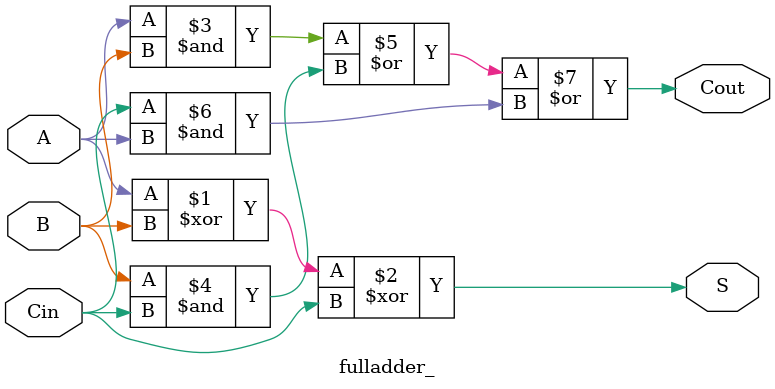
<source format=v>
module fulladder_( input A,input B,input Cin,output   S, output   Cout);
  assign S = A^B^Cin;
  assign Cout = (A&B)|(B&Cin)|(Cin&A);
endmodule

</source>
